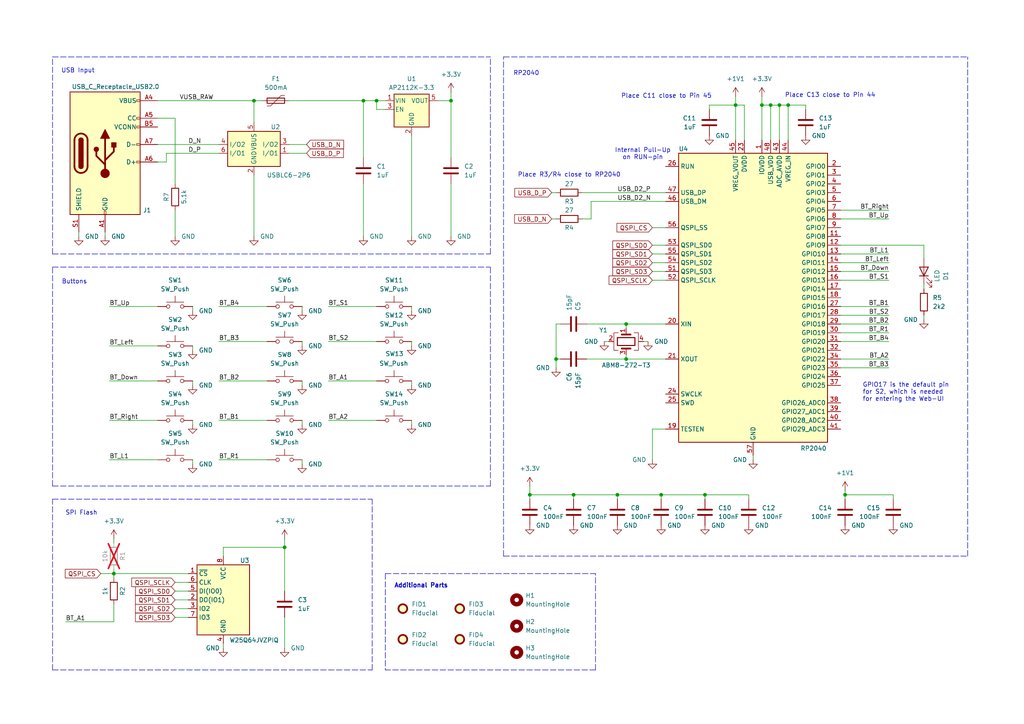
<source format=kicad_sch>
(kicad_sch (version 20250114) (generator "eeschema") (generator_version "9.0")
  (paper "A4")
  (title_block (title "USB-C Gamepad") (date "2025-03-19") (rev "2") (company "Maximilian Kern"))
  (lib_symbols
    (symbol "Connector:USB_C_Plug_USB2.0" (pin_names (offset 1.016))
      (property "Reference" "P" (at -10.16 19.05 0))
      (property "Value" "USB_C_Plug_USB2.0" (at 12.7 19.05 0))
      (symbol "USB_C_Plug_USB2.0_1_1"
        (pin passive line (at -7.62 -22.86 90) (length 5.08) (name "SHIELD") (number "S1"))
        (pin passive line (at 0 -22.86 90) (length 5.08) (name "GND") (number "A1"))
        (pin passive line (at 0 -22.86 90) (length 5.08) (hide yes) (name "GND") (number "A12"))
        (pin passive line (at 0 -22.86 90) (length 5.08) (hide yes) (name "GND") (number "B1"))
        (pin passive line (at 0 -22.86 90) (length 5.08) (hide yes) (name "GND") (number "B12"))
        (pin passive line (at 15.24 15.24 180) (length 5.08) (name "VBUS") (number "A4"))
        (pin passive line (at 15.24 15.24 180) (length 5.08) (hide yes) (name "VBUS") (number "A9"))
        (pin passive line (at 15.24 15.24 180) (length 5.08) (hide yes) (name "VBUS") (number "B4"))
        (pin passive line (at 15.24 15.24 180) (length 5.08) (hide yes) (name "VBUS") (number "B9"))
        (pin bidirectional line (at 15.24 10.16 180) (length 5.08) (name "CC") (number "A5"))
        (pin bidirectional line (at 15.24 7.62 180) (length 5.08) (name "VCONN") (number "B5"))
        (pin bidirectional line (at 15.24 2.54 180) (length 5.08) (name "D-") (number "A7"))
        (pin bidirectional line (at 15.24 -2.54 180) (length 5.08) (name "D+") (number "A6"))
      )
    )
    (symbol "Device:C" (pin_numbers (hide yes)) (pin_names (offset 0.254))
      (property "Reference" "C" (at 0.635 2.54 0))
      (property "Value" "C" (at 0.635 -2.54 0))
      (symbol "C_1_1"
        (pin passive line (at 0 3.81 270) (length 2.794) (name "~") (number "1"))
        (pin passive line (at 0 -3.81 90) (length 2.794) (name "~") (number "2"))
      )
    )
    (symbol "Device:Crystal_GND24" (pin_names (offset 1.016) (hide yes))
      (property "Reference" "Y" (at 3.175 5.08 0))
      (property "Value" "Crystal_GND24" (at 3.175 3.175 0))
      (symbol "Crystal_GND24_1_1"
        (pin passive line (at -3.81 0 0) (length 1.27) (name "1") (number "1"))
        (pin passive line (at 0 5.08 270) (length 1.27) (name "2") (number "2"))
        (pin passive line (at 0 -5.08 90) (length 1.27) (name "4") (number "4"))
        (pin passive line (at 3.81 0 180) (length 1.27) (name "3") (number "3"))
      )
    )
    (symbol "Device:LED" (pin_numbers (hide yes)) (pin_names (offset 1.016) (hide yes))
      (property "Reference" "D" (at 0 2.54 0))
      (property "Value" "LED" (at 0 -2.54 0))
      (symbol "LED_1_1"
        (pin passive line (at -3.81 0 0) (length 2.54) (name "K") (number "1"))
        (pin passive line (at 3.81 0 180) (length 2.54) (name "A") (number "2"))
      )
    )
    (symbol "Device:Polyfuse" (pin_numbers (hide yes)) (pin_names (offset 0))
      (property "Reference" "F" (at -2.54 0 90))
      (property "Value" "Polyfuse" (at 2.54 0 90))
      (symbol "Polyfuse_1_1"
        (pin passive line (at 0 3.81 270) (length 1.27) (name "~") (number "1"))
        (pin passive line (at 0 -3.81 90) (length 1.27) (name "~") (number "2"))
      )
    )
    (symbol "Device:R" (pin_numbers (hide yes)) (pin_names (offset 0))
      (property "Reference" "R" (at 2.032 0 90))
      (property "Value" "R" (at 0 0 90))
      (symbol "R_1_1"
        (pin passive line (at 0 3.81 270) (length 1.27) (name "~") (number "1"))
        (pin passive line (at 0 -3.81 90) (length 1.27) (name "~") (number "2"))
      )
    )
    (symbol "MCU_RaspberryPi:RP2040"
      (property "Reference" "U" (at 17.78 45.72 0))
      (property "Value" "RP2040" (at 17.78 43.18 0))
      (symbol "RP2040_1_1"
        (pin input line (at -25.4 38.1 0) (length 3.81) (name "RUN") (number "26"))
        (pin bidirectional line (at -25.4 30.48 0) (length 3.81) (name "USB_DP") (number "47"))
        (pin bidirectional line (at -25.4 27.94 0) (length 3.81) (name "USB_DM") (number "46"))
        (pin bidirectional line (at -25.4 20.32 0) (length 3.81) (name "QSPI_SS") (number "56"))
        (pin bidirectional line (at -25.4 15.24 0) (length 3.81) (name "QSPI_SD0") (number "53"))
        (pin bidirectional line (at -25.4 12.7 0) (length 3.81) (name "QSPI_SD1") (number "55"))
        (pin bidirectional line (at -25.4 10.16 0) (length 3.81) (name "QSPI_SD2") (number "54"))
        (pin bidirectional line (at -25.4 7.62 0) (length 3.81) (name "QSPI_SD3") (number "51"))
        (pin output line (at -25.4 5.08 0) (length 3.81) (name "QSPI_SCLK") (number "52"))
        (pin input line (at -25.4 -7.62 0) (length 3.81) (name "XIN") (number "20"))
        (pin passive line (at -25.4 -17.78 0) (length 3.81) (name "XOUT") (number "21"))
        (pin input line (at -25.4 -27.94 0) (length 3.81) (name "SWCLK") (number "24"))
        (pin bidirectional line (at -25.4 -30.48 0) (length 3.81) (name "SWD") (number "25"))
        (pin input line (at -25.4 -38.1 0) (length 3.81) (name "TESTEN") (number "19"))
        (pin power_out line (at -5.08 45.72 270) (length 3.81) (name "VREG_VOUT") (number "45"))
        (pin power_in line (at -2.54 45.72 270) (length 3.81) (name "DVDD") (number "23"))
        (pin passive line (at -2.54 45.72 270) (length 3.81) (hide yes) (name "DVDD") (number "50"))
        (pin power_in line (at 0 -45.72 90) (length 3.81) (name "GND") (number "57"))
        (pin power_in line (at 2.54 45.72 270) (length 3.81) (name "IOVDD") (number "1"))
        (pin passive line (at 2.54 45.72 270) (length 3.81) (hide yes) (name "IOVDD") (number "10"))
        (pin passive line (at 2.54 45.72 270) (length 3.81) (hide yes) (name "IOVDD") (number "22"))
        (pin passive line (at 2.54 45.72 270) (length 3.81) (hide yes) (name "IOVDD") (number "33"))
        (pin passive line (at 2.54 45.72 270) (length 3.81) (hide yes) (name "IOVDD") (number "42"))
        (pin passive line (at 2.54 45.72 270) (length 3.81) (hide yes) (name "IOVDD") (number "49"))
        (pin power_in line (at 5.08 45.72 270) (length 3.81) (name "USB_VDD") (number "48"))
        (pin power_in line (at 7.62 45.72 270) (length 3.81) (name "ADC_AVDD") (number "43"))
        (pin power_in line (at 10.16 45.72 270) (length 3.81) (name "VREG_IN") (number "44"))
        (pin bidirectional line (at 25.4 38.1 180) (length 3.81) (name "GPIO0") (number "2"))
        (pin bidirectional line (at 25.4 35.56 180) (length 3.81) (name "GPIO1") (number "3"))
        (pin bidirectional line (at 25.4 33.02 180) (length 3.81) (name "GPIO2") (number "4"))
        (pin bidirectional line (at 25.4 30.48 180) (length 3.81) (name "GPIO3") (number "5"))
        (pin bidirectional line (at 25.4 27.94 180) (length 3.81) (name "GPIO4") (number "6"))
        (pin bidirectional line (at 25.4 25.4 180) (length 3.81) (name "GPIO5") (number "7"))
        (pin bidirectional line (at 25.4 22.86 180) (length 3.81) (name "GPIO6") (number "8"))
        (pin bidirectional line (at 25.4 20.32 180) (length 3.81) (name "GPIO7") (number "9"))
        (pin bidirectional line (at 25.4 17.78 180) (length 3.81) (name "GPIO8") (number "11"))
        (pin bidirectional line (at 25.4 15.24 180) (length 3.81) (name "GPIO9") (number "12"))
        (pin bidirectional line (at 25.4 12.7 180) (length 3.81) (name "GPIO10") (number "13"))
        (pin bidirectional line (at 25.4 10.16 180) (length 3.81) (name "GPIO11") (number "14"))
        (pin bidirectional line (at 25.4 7.62 180) (length 3.81) (name "GPIO12") (number "15"))
        (pin bidirectional line (at 25.4 5.08 180) (length 3.81) (name "GPIO13") (number "16"))
        (pin bidirectional line (at 25.4 2.54 180) (length 3.81) (name "GPIO14") (number "17"))
        (pin bidirectional line (at 25.4 0 180) (length 3.81) (name "GPIO15") (number "18"))
        (pin bidirectional line (at 25.4 -2.54 180) (length 3.81) (name "GPIO16") (number "27"))
        (pin bidirectional line (at 25.4 -5.08 180) (length 3.81) (name "GPIO17") (number "28"))
        (pin bidirectional line (at 25.4 -7.62 180) (length 3.81) (name "GPIO18") (number "29"))
        (pin bidirectional line (at 25.4 -10.16 180) (length 3.81) (name "GPIO19") (number "30"))
        (pin bidirectional line (at 25.4 -12.7 180) (length 3.81) (name "GPIO20") (number "31"))
        (pin bidirectional line (at 25.4 -15.24 180) (length 3.81) (name "GPIO21") (number "32"))
        (pin bidirectional line (at 25.4 -17.78 180) (length 3.81) (name "GPIO22") (number "34"))
        (pin bidirectional line (at 25.4 -20.32 180) (length 3.81) (name "GPIO23") (number "35"))
        (pin bidirectional line (at 25.4 -22.86 180) (length 3.81) (name "GPIO24") (number "36"))
        (pin bidirectional line (at 25.4 -25.4 180) (length 3.81) (name "GPIO25") (number "37"))
        (pin bidirectional line (at 25.4 -30.48 180) (length 3.81) (name "GPIO26_ADC0") (number "38"))
        (pin bidirectional line (at 25.4 -33.02 180) (length 3.81) (name "GPIO27_ADC1") (number "39"))
        (pin bidirectional line (at 25.4 -35.56 180) (length 3.81) (name "GPIO28_ADC2") (number "40"))
        (pin bidirectional line (at 25.4 -38.1 180) (length 3.81) (name "GPIO29_ADC3") (number "41"))
      )
    )
    (symbol "Mechanical:Fiducial"
      (property "Reference" "FID" (at 0 5.08 0))
      (property "Value" "Fiducial" (at 0 3.175 0))
    )
    (symbol "Mechanical:MountingHole" (pin_names (offset 1.016)) (exclude_from_sim yes) (in_bom no)
      (property "Reference" "H" (at 0 5.08 0))
      (property "Value" "MountingHole" (at 0 3.175 0))
    )
    (symbol "Memory_Flash:W25Q128JVS"
      (property "Reference" "U" (at -8.89 8.89 0))
      (property "Value" "W25Q128JVS" (at 7.62 8.89 0))
      (symbol "W25Q128JVS_1_1"
        (pin input line (at -10.16 7.62 0) (length 2.54) (name "~{CS}") (number "1"))
        (pin input line (at -10.16 5.08 0) (length 2.54) (name "CLK") (number "6"))
        (pin bidirectional line (at -10.16 2.54 0) (length 2.54) (name "DI(IO0)") (number "5"))
        (pin bidirectional line (at -10.16 0 0) (length 2.54) (name "DO(IO1)") (number "2"))
        (pin bidirectional line (at -10.16 -2.54 0) (length 2.54) (name "IO2") (number "3"))
        (pin bidirectional line (at -10.16 -5.08 0) (length 2.54) (name "IO3") (number "7"))
        (pin power_in line (at 0 12.7 270) (length 2.54) (name "VCC") (number "8"))
        (pin power_in line (at 0 -12.7 90) (length 2.54) (name "GND") (number "4"))
      )
    )
    (symbol "Regulator_Linear:AP2112K-3.3" (pin_names (offset 0.254))
      (property "Reference" "U" (at -5.08 5.715 0))
      (property "Value" "AP2112K-3.3" (at 0 5.715 0))
      (symbol "AP2112K-3.3_1_1"
        (pin power_in line (at -7.62 2.54 0) (length 2.54) (name "VIN") (number "1"))
        (pin input line (at -7.62 0 0) (length 2.54) (name "EN") (number "3"))
        (pin power_in line (at 0 -7.62 90) (length 2.54) (name "GND") (number "2"))
        (pin no_connect line (at 5.08 0 180) (length 2.54) (hide yes) (name "NC") (number "4"))
        (pin power_out line (at 7.62 2.54 180) (length 2.54) (name "VOUT") (number "5"))
      )
    )
    (symbol "Switch:SW_Push" (pin_numbers (hide yes)) (pin_names (offset 1.016) (hide yes))
      (property "Reference" "SW" (at 1.27 2.54 0))
      (property "Value" "SW_Push" (at 0 -1.524 0))
      (symbol "SW_Push_0_1"
        (pin passive line (at -5.08 0 0) (length 2.54) (name "1") (number "1"))
        (pin passive line (at 5.08 0 180) (length 2.54) (name "2") (number "2"))
      )
    )
    (symbol "gamepadLib:USBLC6-2P6"
      (property "Reference" "U4" (at -7.62 8.89 0))
      (property "Value" "USBLC6-2P6" (at -16.51 -5.08 0))
      (symbol "USBLC6-2P6_1_1"
        (pin passive line (at -10.16 3.81 0) (length 2.54) (name "I/O2") (number "3"))
        (pin passive line (at -10.16 1.27 0) (length 2.54) (name "I/O1") (number "1"))
        (pin passive line (at 0 10.16 270) (length 2.54) (name "VBUS") (number "5"))
        (pin passive line (at 0 -5.08 90) (length 2.54) (name "GND") (number "2"))
        (pin passive line (at 10.16 3.81 180) (length 2.54) (name "I/O2") (number "4"))
        (pin passive line (at 10.16 1.27 180) (length 2.54) (name "I/O1") (number "6"))
      )
    )
    (symbol "power:+1V1" (power) (pin_numbers (hide yes)) (pin_names (offset 0) (hide yes))
      (property "Value" "+1V1" (at 0 3.556 0))
      (symbol "+1V1_1_1"
        (pin power_in line (at 0 0 90) (length 0) (name "~") (number "1"))
      )
    )
    (symbol "power:+3.3V" (power) (pin_numbers (hide yes)) (pin_names (offset 0) (hide yes))
      (property "Value" "+3.3V" (at 0 3.556 0))
      (symbol "+3.3V_1_1"
        (pin power_in line (at 0 0 90) (length 0) (name "~") (number "1"))
      )
    )
    (symbol "power:GND" (power) (pin_names (offset 0))
      (property "Value" "GND" (at 0 -3.81 0))
      (symbol "GND_1_1"
        (pin power_in line (at 0 0 270) (length 0) (hide yes) (name "GND") (number "1"))
      )
    )
  )
  (text "USB Input" (at 22.606 20.574 0) (effects (font (size 1.27 1.27))))
  (text "Place C13 close to Pin 44" (at 240.792 27.686 0) (effects (font (size 1.27 1.27))))
  (text "Place R3/R4 close to RP2040" (at 165.1 50.8 0) (effects (font (size 1.27 1.27))))
  (text "GPIO17 is the default pin\nfor S2, which is needed\nfor entering the Web-UI" (at 250.19 113.792 0) (effects (font (size 1.27 1.27)) (justify left)))
  (text "Buttons" (at 21.59 81.788 0) (effects (font (size 1.27 1.27))))
  (text "SPI Flash" (at 23.622 148.844 0) (effects (font (size 1.27 1.27))))
  (text "Place C11 close to Pin 45" (at 193.294 27.94 0) (effects (font (size 1.27 1.27))))
  (text "Additional Parts" (at 114.3 170.688 0) (effects (font (size 1.27 1.27) (thickness 0.254) (bold yes)) (justify left bottom)))
  (text "RP2040" (at 152.654 21.336 0) (effects (font (size 1.27 1.27))))
  (text "Internal Pull-Up\non RUN-pin\n" (at 186.436 44.704 0) (effects (font (size 1.27 1.27))))
  (junction (at 191.77 143.51))
  (junction (at 166.37 143.51))
  (junction (at 181.61 93.98))
  (junction (at 228.6 30.48))
  (junction (at 153.67 143.51))
  (junction (at 161.29 104.14))
  (junction (at 82.55 158.75))
  (junction (at 109.22 29.21))
  (junction (at 213.36 30.48))
  (junction (at 179.07 143.51))
  (junction (at 204.47 143.51))
  (junction (at 245.11 143.51))
  (junction (at 33.02 166.37))
  (junction (at 220.98 30.48))
  (junction (at 181.61 104.14))
  (junction (at 105.41 29.21))
  (junction (at 223.52 30.48))
  (junction (at 73.66 29.21))
  (junction (at 226.06 30.48))
  (junction (at 130.81 29.21))
  (wire (pts (xy 31.75 100.33) (xy 45.72 100.33)))
  (polyline (pts (xy 15.24 194.31) (xy 15.24 144.78)) (stroke (width 0) (type dash)))
  (polyline (pts (xy 15.24 140.97) (xy 142.24 140.97)) (stroke (width 0) (type dash)))
  (wire (pts (xy 226.06 30.48) (xy 226.06 40.64)))
  (wire (pts (xy 217.17 143.51) (xy 217.17 144.78)))
  (polyline (pts (xy 142.24 140.97) (xy 142.24 77.47)) (stroke (width 0) (type dash)))
  (wire (pts (xy 63.5 88.9) (xy 77.47 88.9)))
  (polyline (pts (xy 15.24 77.47) (xy 142.24 77.47)) (stroke (width 0) (type dash)))
  (polyline (pts (xy 15.24 73.66) (xy 142.24 73.66)) (stroke (width 0) (type dash)))
  (wire (pts (xy 105.41 53.34) (xy 105.41 68.58)))
  (wire (pts (xy 204.47 143.51) (xy 217.17 143.51)))
  (wire (pts (xy 95.25 121.92) (xy 109.22 121.92)))
  (wire (pts (xy 228.6 30.48) (xy 228.6 40.64)))
  (wire (pts (xy 95.25 99.06) (xy 109.22 99.06)))
  (wire (pts (xy 220.98 30.48) (xy 223.52 30.48)))
  (wire (pts (xy 179.07 143.51) (xy 179.07 144.78)))
  (wire (pts (xy 181.61 93.98) (xy 181.61 95.25)))
  (polyline (pts (xy 15.24 16.51) (xy 142.24 16.51)) (stroke (width 0) (type dash)))
  (wire (pts (xy 109.22 29.21) (xy 109.22 31.75)))
  (wire (pts (xy 50.8 168.91) (xy 54.61 168.91)))
  (wire (pts (xy 175.26 99.06) (xy 176.53 99.06)))
  (wire (pts (xy 243.84 93.98) (xy 257.81 93.98)))
  (wire (pts (xy 166.37 143.51) (xy 179.07 143.51)))
  (wire (pts (xy 267.97 92.71) (xy 267.97 91.44)))
  (wire (pts (xy 119.38 88.9) (xy 119.38 90.17)))
  (wire (pts (xy 63.5 99.06) (xy 77.47 99.06)))
  (wire (pts (xy 119.38 99.06) (xy 119.38 100.33)))
  (polyline (pts (xy 15.24 144.78) (xy 107.95 144.78)) (stroke (width 0) (type dash)))
  (wire (pts (xy 189.23 66.04) (xy 193.04 66.04)))
  (wire (pts (xy 82.55 156.21) (xy 82.55 158.75)))
  (wire (pts (xy 187.96 99.06) (xy 186.69 99.06)))
  (wire (pts (xy 87.63 110.49) (xy 87.63 111.76)))
  (polyline (pts (xy 172.72 194.31) (xy 111.76 194.31)) (stroke (width 0) (type dash)))
  (wire (pts (xy 257.81 81.28) (xy 243.84 81.28)))
  (wire (pts (xy 189.23 71.12) (xy 193.04 71.12)))
  (wire (pts (xy 166.37 143.51) (xy 166.37 144.78)))
  (wire (pts (xy 31.75 133.35) (xy 45.72 133.35)))
  (wire (pts (xy 226.06 30.48) (xy 228.6 30.48)))
  (wire (pts (xy 181.61 104.14) (xy 181.61 102.87)))
  (wire (pts (xy 22.86 67.31) (xy 22.86 68.58)))
  (wire (pts (xy 50.8 34.29) (xy 50.8 53.34)))
  (wire (pts (xy 50.8 171.45) (xy 54.61 171.45)))
  (wire (pts (xy 170.18 93.98) (xy 181.61 93.98)))
  (wire (pts (xy 55.88 110.49) (xy 55.88 111.76)))
  (wire (pts (xy 218.44 133.35) (xy 218.44 132.08)))
  (wire (pts (xy 31.75 121.92) (xy 45.72 121.92)))
  (wire (pts (xy 153.67 144.78) (xy 153.67 143.51)))
  (wire (pts (xy 243.84 106.68) (xy 257.81 106.68)))
  (wire (pts (xy 245.11 143.51) (xy 259.08 143.51)))
  (wire (pts (xy 87.63 99.06) (xy 87.63 100.33)))
  (wire (pts (xy 55.88 121.92) (xy 55.88 123.19)))
  (wire (pts (xy 213.36 27.94) (xy 213.36 30.48)))
  (wire (pts (xy 64.77 158.75) (xy 64.77 161.29)))
  (wire (pts (xy 64.77 158.75) (xy 82.55 158.75)))
  (wire (pts (xy 171.45 63.5) (xy 171.45 58.42)))
  (wire (pts (xy 45.72 46.99) (xy 48.26 46.99)))
  (wire (pts (xy 223.52 30.48) (xy 226.06 30.48)))
  (polyline (pts (xy 111.76 166.37) (xy 172.72 166.37)) (stroke (width 0) (type dash)))
  (wire (pts (xy 50.8 173.99) (xy 54.61 173.99)))
  (wire (pts (xy 171.45 58.42) (xy 193.04 58.42)))
  (wire (pts (xy 119.38 39.37) (xy 119.38 68.58)))
  (polyline (pts (xy 15.24 194.31) (xy 107.95 194.31)) (stroke (width 0) (type dash)))
  (wire (pts (xy 33.02 167.64) (xy 33.02 166.37)))
  (wire (pts (xy 160.02 55.88) (xy 161.29 55.88)))
  (wire (pts (xy 223.52 40.64) (xy 223.52 30.48)))
  (wire (pts (xy 76.2 29.21) (xy 73.66 29.21)))
  (polyline (pts (xy 142.24 73.66) (xy 142.24 16.51)) (stroke (width 0) (type dash)))
  (wire (pts (xy 48.26 44.45) (xy 63.5 44.45)))
  (wire (pts (xy 193.04 93.98) (xy 181.61 93.98)))
  (polyline (pts (xy 15.24 140.97) (xy 15.24 77.47)) (stroke (width 0) (type dash)))
  (wire (pts (xy 245.11 142.24) (xy 245.11 143.51)))
  (wire (pts (xy 30.48 67.31) (xy 30.48 68.58)))
  (wire (pts (xy 50.8 68.58) (xy 50.8 60.96)))
  (wire (pts (xy 161.29 104.14) (xy 161.29 106.68)))
  (wire (pts (xy 83.82 29.21) (xy 105.41 29.21)))
  (wire (pts (xy 45.72 41.91) (xy 63.5 41.91)))
  (wire (pts (xy 243.84 96.52) (xy 257.81 96.52)))
  (wire (pts (xy 130.81 26.67) (xy 130.81 29.21)))
  (wire (pts (xy 153.67 143.51) (xy 166.37 143.51)))
  (wire (pts (xy 87.63 133.35) (xy 87.63 134.62)))
  (wire (pts (xy 189.23 73.66) (xy 193.04 73.66)))
  (wire (pts (xy 50.8 179.07) (xy 54.61 179.07)))
  (wire (pts (xy 245.11 144.78) (xy 245.11 143.51)))
  (wire (pts (xy 215.9 40.64) (xy 215.9 30.48)))
  (polyline (pts (xy 172.72 194.31) (xy 172.72 166.37)) (stroke (width 0) (type dash)))
  (wire (pts (xy 243.84 99.06) (xy 257.81 99.06)))
  (wire (pts (xy 204.47 144.78) (xy 204.47 143.51)))
  (wire (pts (xy 213.36 30.48) (xy 205.74 30.48)))
  (wire (pts (xy 63.5 121.92) (xy 77.47 121.92)))
  (wire (pts (xy 160.02 63.5) (xy 161.29 63.5)))
  (wire (pts (xy 33.02 166.37) (xy 54.61 166.37)))
  (wire (pts (xy 33.02 157.48) (xy 33.02 156.21)))
  (wire (pts (xy 83.82 44.45) (xy 88.9 44.45)))
  (wire (pts (xy 228.6 30.48) (xy 233.68 30.48)))
  (wire (pts (xy 153.67 140.97) (xy 153.67 143.51)))
  (wire (pts (xy 111.76 31.75) (xy 109.22 31.75)))
  (wire (pts (xy 50.8 176.53) (xy 54.61 176.53)))
  (wire (pts (xy 82.55 179.07) (xy 82.55 187.96)))
  (wire (pts (xy 170.18 104.14) (xy 181.61 104.14)))
  (wire (pts (xy 127 29.21) (xy 130.81 29.21)))
  (wire (pts (xy 193.04 124.46) (xy 189.23 124.46)))
  (wire (pts (xy 45.72 34.29) (xy 50.8 34.29)))
  (polyline (pts (xy 280.67 161.29) (xy 280.67 16.51)) (stroke (width 0) (type dash)))
  (wire (pts (xy 233.68 31.75) (xy 233.68 30.48)))
  (wire (pts (xy 243.84 76.2) (xy 257.81 76.2)))
  (wire (pts (xy 168.91 63.5) (xy 171.45 63.5)))
  (wire (pts (xy 168.91 55.88) (xy 193.04 55.88)))
  (wire (pts (xy 29.21 166.37) (xy 33.02 166.37)))
  (wire (pts (xy 243.84 71.12) (xy 267.97 71.12)))
  (wire (pts (xy 109.22 29.21) (xy 111.76 29.21)))
  (wire (pts (xy 19.05 180.34) (xy 33.02 180.34)))
  (wire (pts (xy 220.98 27.94) (xy 220.98 30.48)))
  (wire (pts (xy 55.88 100.33) (xy 55.88 101.6)))
  (wire (pts (xy 189.23 78.74) (xy 193.04 78.74)))
  (wire (pts (xy 181.61 104.14) (xy 193.04 104.14)))
  (wire (pts (xy 161.29 104.14) (xy 162.56 104.14)))
  (wire (pts (xy 243.84 73.66) (xy 257.81 73.66)))
  (wire (pts (xy 189.23 76.2) (xy 193.04 76.2)))
  (wire (pts (xy 205.74 30.48) (xy 205.74 31.75)))
  (wire (pts (xy 31.75 110.49) (xy 45.72 110.49)))
  (wire (pts (xy 213.36 40.64) (xy 213.36 30.48)))
  (polyline (pts (xy 111.76 166.37) (xy 111.76 194.31)) (stroke (width 0) (type dash)))
  (wire (pts (xy 33.02 175.26) (xy 33.02 180.34)))
  (polyline (pts (xy 146.05 16.51) (xy 280.67 16.51)) (stroke (width 0) (type dash)))
  (wire (pts (xy 73.66 50.8) (xy 73.66 68.58)))
  (wire (pts (xy 130.81 53.34) (xy 130.81 68.58)))
  (wire (pts (xy 64.77 187.96) (xy 64.77 186.69)))
  (wire (pts (xy 191.77 144.78) (xy 191.77 143.51)))
  (wire (pts (xy 119.38 110.49) (xy 119.38 111.76)))
  (wire (pts (xy 105.41 45.72) (xy 105.41 29.21)))
  (polyline (pts (xy 146.05 161.29) (xy 280.67 161.29)) (stroke (width 0) (type dash)))
  (wire (pts (xy 33.02 165.1) (xy 33.02 166.37)))
  (wire (pts (xy 82.55 158.75) (xy 82.55 171.45)))
  (wire (pts (xy 63.5 133.35) (xy 77.47 133.35)))
  (wire (pts (xy 95.25 88.9) (xy 109.22 88.9)))
  (wire (pts (xy 189.23 124.46) (xy 189.23 133.35)))
  (wire (pts (xy 83.82 41.91) (xy 88.9 41.91)))
  (wire (pts (xy 220.98 30.48) (xy 220.98 40.64)))
  (wire (pts (xy 45.72 29.21) (xy 73.66 29.21)))
  (wire (pts (xy 161.29 93.98) (xy 161.29 104.14)))
  (polyline (pts (xy 15.24 73.66) (xy 15.24 16.51)) (stroke (width 0) (type dash)))
  (wire (pts (xy 179.07 143.51) (xy 191.77 143.51)))
  (wire (pts (xy 73.66 29.21) (xy 73.66 35.56)))
  (wire (pts (xy 243.84 91.44) (xy 257.81 91.44)))
  (wire (pts (xy 243.84 104.14) (xy 257.81 104.14)))
  (wire (pts (xy 162.56 93.98) (xy 161.29 93.98)))
  (wire (pts (xy 119.38 121.92) (xy 119.38 123.19)))
  (wire (pts (xy 130.81 29.21) (xy 130.81 45.72)))
  (wire (pts (xy 87.63 88.9) (xy 87.63 90.17)))
  (wire (pts (xy 105.41 29.21) (xy 109.22 29.21)))
  (wire (pts (xy 55.88 88.9) (xy 55.88 90.17)))
  (wire (pts (xy 95.25 110.49) (xy 109.22 110.49)))
  (wire (pts (xy 243.84 63.5) (xy 257.81 63.5)))
  (wire (pts (xy 191.77 143.51) (xy 204.47 143.51)))
  (wire (pts (xy 243.84 78.74) (xy 257.81 78.74)))
  (wire (pts (xy 243.84 60.96) (xy 257.81 60.96)))
  (wire (pts (xy 189.23 81.28) (xy 193.04 81.28)))
  (wire (pts (xy 87.63 121.92) (xy 87.63 123.19)))
  (wire (pts (xy 243.84 88.9) (xy 257.81 88.9)))
  (wire (pts (xy 215.9 30.48) (xy 213.36 30.48)))
  (wire (pts (xy 48.26 46.99) (xy 48.26 44.45)))
  (wire (pts (xy 31.75 88.9) (xy 45.72 88.9)))
  (wire (pts (xy 267.97 82.55) (xy 267.97 83.82)))
  (polyline (pts (xy 107.95 194.31) (xy 107.95 144.78)) (stroke (width 0) (type dash)))
  (wire (pts (xy 63.5 110.49) (xy 77.47 110.49)))
  (wire (pts (xy 55.88 133.35) (xy 55.88 134.62)))
  (wire (pts (xy 267.97 71.12) (xy 267.97 74.93)))
  (polyline (pts (xy 146.05 161.29) (xy 146.05 16.51)) (stroke (width 0) (type dash)))
  (wire (pts (xy 259.08 143.51) (xy 259.08 144.78)))
  (label "BT_R1" (at 63.5 133.35 0))
  (label "BT_B2" (at 257.81 93.98 180))
  (label "BT_L1" (at 31.75 133.35 0))
  (label "BT_B1" (at 257.81 88.9 180))
  (label "BT_S1" (at 257.81 81.28 180))
  (label "BT_B2" (at 63.5 110.49 0))
  (label "BT_Down" (at 257.81 78.74 180))
  (label "BT_A1" (at 19.05 180.34 0))
  (label "BT_B4" (at 63.5 88.9 0))
  (label "BT_S2" (at 95.25 99.06 0))
  (label "USB_D2_N" (at 179.07 58.42 0))
  (label "BT_B3" (at 257.81 106.68 180))
  (label "BT_B3" (at 63.5 99.06 0))
  (label "BT_B1" (at 63.5 121.92 0))
  (label "BT_B4" (at 257.81 99.06 180))
  (label "BT_Down" (at 31.75 110.49 0))
  (label "USB_D2_P" (at 179.07 55.88 0))
  (label "BT_R1" (at 257.81 96.52 180))
  (label "D_P" (at 54.61 44.45 0))
  (label "BT_A2" (at 95.25 121.92 0))
  (label "BT_S1" (at 95.25 88.9 0))
  (label "BT_Up" (at 31.75 88.9 0))
  (label "BT_Right" (at 31.75 121.92 0))
  (label "BT_Right" (at 257.81 60.96 180))
  (label "BT_Left" (at 31.75 100.33 0))
  (label "BT_S2" (at 257.81 91.44 180))
  (label "BT_A2" (at 257.81 104.14 180))
  (label "BT_A1" (at 95.25 110.49 0))
  (label "BT_Left" (at 257.81 76.2 180))
  (label "D_N" (at 54.61 41.91 0))
  (label "BT_Up" (at 257.81 63.5 180))
  (label "VUSB_RAW" (at 52.07 29.21 0))
  (label "BT_L1" (at 257.81 73.66 180))
  (global_label "QSPI_CS" (shape input) (at 29.21 166.37 180) (property "Intersheetrefs" "${INTERSHEET_REFS}" (effects (hide yes))))
  (global_label "QSPI_SD2" (shape input) (at 50.8 176.53 180) (property "Intersheetrefs" "${INTERSHEET_REFS}" (effects (hide yes))))
  (global_label "QSPI_SD2" (shape input) (at 189.23 76.2 180) (property "Intersheetrefs" "${INTERSHEET_REFS}" (effects (hide yes))))
  (global_label "QSPI_SD3" (shape input) (at 50.8 179.07 180) (property "Intersheetrefs" "${INTERSHEET_REFS}" (effects (hide yes))))
  (global_label "QSPI_CS" (shape input) (at 189.23 66.04 180) (property "Intersheetrefs" "${INTERSHEET_REFS}" (effects (hide yes))))
  (global_label "USB_D_P" (shape input) (at 160.02 55.88 180) (property "Intersheetrefs" "${INTERSHEET_REFS}" (effects (hide yes))))
  (global_label "QSPI_SD1" (shape input) (at 189.23 73.66 180) (property "Intersheetrefs" "${INTERSHEET_REFS}" (effects (hide yes))))
  (global_label "QSPI_SD1" (shape input) (at 50.8 173.99 180) (property "Intersheetrefs" "${INTERSHEET_REFS}" (effects (hide yes))))
  (global_label "USB_D_N" (shape input) (at 88.9 41.91 0) (property "Intersheetrefs" "${INTERSHEET_REFS}" (effects (hide yes))))
  (global_label "QSPI_SD0" (shape input) (at 189.23 71.12 180) (property "Intersheetrefs" "${INTERSHEET_REFS}" (effects (hide yes))))
  (global_label "QSPI_SCLK" (shape input) (at 189.23 81.28 180) (property "Intersheetrefs" "${INTERSHEET_REFS}" (effects (hide yes))))
  (global_label "QSPI_SCLK" (shape input) (at 50.8 168.91 180) (property "Intersheetrefs" "${INTERSHEET_REFS}" (effects (hide yes))))
  (global_label "QSPI_SD3" (shape input) (at 189.23 78.74 180) (property "Intersheetrefs" "${INTERSHEET_REFS}" (effects (hide yes))))
  (global_label "QSPI_SD0" (shape input) (at 50.8 171.45 180) (property "Intersheetrefs" "${INTERSHEET_REFS}" (effects (hide yes))))
  (global_label "USB_D_N" (shape input) (at 160.02 63.5 180) (property "Intersheetrefs" "${INTERSHEET_REFS}" (effects (hide yes))))
  (global_label "USB_D_P" (shape input) (at 88.9 44.45 0) (property "Intersheetrefs" "${INTERSHEET_REFS}" (effects (hide yes))))
  (symbol (lib_id "power:GND") (at 245.11 152.4 0) (unit 1)
    (property "Reference" "#PWR045" (effects (hide yes)))
    (property "Value" "GND" (at 248.92 152.4 0))
  )
  (symbol (lib_id "Switch:SW_Push") (at 82.55 99.06 0) (unit 1)
    (property "Reference" "SW7" (at 82.55 91.44 0))
    (property "Value" "SW_Push" (at 82.55 93.98 0))
    (property "Footprint" "Button_Switch_SMD:SW_SPST_TL3342" (effects (hide yes)))
    (property "Description" "Push button switch, generic, two pins" (effects (hide yes)))
    (property "LCSC" "C2762971" (effects (hide yes)))
  )
  (symbol (lib_id "Device:C") (at 130.81 49.53 0) (unit 1)
    (property "Reference" "C2" (at 134.62 48.2599 0) (effects (justify left)))
    (property "Value" "1uF" (at 134.62 50.7999 0) (effects (justify left)))
    (property "Footprint" "Capacitor_SMD:C_0603_1608Metric" (effects (hide yes)))
    (property "LCSC" "C15849" (effects (hide yes)))
  )
  (symbol (lib_id "power:GND") (at 119.38 123.19 0) (unit 1)
    (property "Reference" "#PWR025" (effects (hide yes)))
    (property "Value" "GND" (at 123.19 123.19 0))
  )
  (symbol (lib_id "power:GND") (at 259.08 152.4 0) (unit 1)
    (property "Reference" "#PWR046" (effects (hide yes)))
    (property "Value" "GND" (at 262.89 152.4 0))
  )
  (symbol (lib_id "MCU_RaspberryPi:RP2040") (at 218.44 86.36 0) (unit 1)
    (property "Reference" "U4" (at 196.85 43.18 0) (effects (justify left)))
    (property "Value" "RP2040" (at 232.156 130.048 0) (effects (justify left)))
    (property "Footprint" "Package_DFN_QFN:QFN-56-1EP_7x7mm_P0.4mm_EP3.2x3.2mm" (effects (hide yes)))
    (property "Datasheet" "https://datasheets.raspberrypi.com/rp2040/rp2040-datasheet.pdf" (effects (hide yes)))
    (property "Description" "A microcontroller by Raspberry Pi" (effects (hide yes)))
    (property "LCSC" " C2040" (effects (hide yes)))
  )
  (symbol (lib_id "Device:C") (at 259.08 148.59 0) (mirror y) (unit 1)
    (property "Reference" "C15" (at 255.27 147.3199 0) (effects (justify left)))
    (property "Value" "100nF" (at 255.27 149.8599 0) (effects (justify left)))
    (property "Footprint" "Capacitor_SMD:C_0603_1608Metric" (effects (hide yes)))
    (property "LCSC" "C1591" (effects (hide yes)))
  )
  (symbol (lib_id "Device:C") (at 166.37 104.14 90) (mirror x) (unit 1)
    (property "Reference" "C6" (at 165.0999 107.95 0) (effects (justify left)))
    (property "Value" "15pF" (at 167.6399 107.95 0) (effects (justify left)))
    (property "Footprint" "Capacitor_SMD:C_0603_1608Metric" (effects (hide yes)))
    (property "LCSC" "C107037" (effects (hide yes)))
  )
  (symbol (lib_id "power:GND") (at 73.66 68.58 0) (unit 1)
    (property "Reference" "#PWR019" (effects (hide yes)))
    (property "Value" "GND" (at 77.47 68.58 0))
  )
  (symbol (lib_id "power:GND") (at 87.63 100.33 0) (unit 1)
    (property "Reference" "#PWR015" (effects (hide yes)))
    (property "Value" "GND" (at 91.44 100.33 0))
  )
  (symbol (lib_id "Device:C") (at 205.74 35.56 0) (mirror y) (unit 1)
    (property "Reference" "C11" (at 201.93 34.2899 0) (effects (justify left)))
    (property "Value" "1uF" (at 201.93 36.8299 0) (effects (justify left)))
    (property "Footprint" "Capacitor_SMD:C_0603_1608Metric" (effects (hide yes)))
    (property "LCSC" "C15849" (effects (hide yes)))
  )
  (symbol (lib_id "Device:C") (at 191.77 148.59 0) (unit 1)
    (property "Reference" "C9" (at 195.58 147.3199 0) (effects (justify left)))
    (property "Value" "100nF" (at 195.58 149.8599 0) (effects (justify left)))
    (property "Footprint" "Capacitor_SMD:C_0603_1608Metric" (effects (hide yes)))
    (property "LCSC" "C1591" (effects (hide yes)))
  )
  (symbol (lib_id "power:GND") (at 191.77 152.4 0) (unit 1)
    (property "Reference" "#PWR036" (effects (hide yes)))
    (property "Value" "GND" (at 195.58 152.4 0))
  )
  (symbol (lib_id "Switch:SW_Push") (at 82.55 121.92 0) (unit 1)
    (property "Reference" "SW9" (at 82.55 114.3 0))
    (property "Value" "SW_Push" (at 82.55 116.84 0))
    (property "Footprint" "Button_Switch_SMD:SW_SPST_TL3342" (effects (hide yes)))
    (property "Description" "Push button switch, generic, two pins" (effects (hide yes)))
    (property "LCSC" "C2762971" (effects (hide yes)))
  )
  (symbol (lib_id "power:GND") (at 105.41 68.58 0) (unit 1)
    (property "Reference" "#PWR02" (effects (hide yes)))
    (property "Value" "GND" (at 109.22 68.58 0))
  )
  (symbol (lib_id "Device:C") (at 179.07 148.59 0) (unit 1)
    (property "Reference" "C8" (at 182.88 147.3199 0) (effects (justify left)))
    (property "Value" "100nF" (at 182.88 149.8599 0) (effects (justify left)))
    (property "Footprint" "Capacitor_SMD:C_0603_1608Metric" (effects (hide yes)))
    (property "LCSC" "C1591" (effects (hide yes)))
  )
  (symbol (lib_id "Mechanical:MountingHole") (at 149.86 173.99 0) (unit 1) (exclude_from_sim yes) (in_bom no)
    (property "Reference" "H1" (at 152.4 172.7199 0) (effects (justify left)))
    (property "Value" "MountingHole" (at 152.4 175.2599 0) (effects (justify left)))
    (property "Footprint" "MountingHole:MountingHole_2.1mm" (effects (hide yes)))
    (property "Description" "Mounting Hole without connection" (effects (hide yes)))
  )
  (symbol (lib_id "power:GND") (at 204.47 152.4 0) (unit 1)
    (property "Reference" "#PWR037" (effects (hide yes)))
    (property "Value" "GND" (at 208.28 152.4 0))
  )
  (symbol (lib_id "Device:C") (at 166.37 148.59 0) (unit 1)
    (property "Reference" "C7" (at 170.18 147.3199 0) (effects (justify left)))
    (property "Value" "100nF" (at 170.18 149.8599 0) (effects (justify left)))
    (property "Footprint" "Capacitor_SMD:C_0603_1608Metric" (effects (hide yes)))
    (property "LCSC" "C1591" (effects (hide yes)))
  )
  (symbol (lib_id "power:GND") (at 130.81 68.58 0) (unit 1)
    (property "Reference" "#PWR07" (effects (hide yes)))
    (property "Value" "GND" (at 134.62 68.58 0))
  )
  (symbol (lib_id "power:+3.3V") (at 33.02 156.21 0) (unit 1)
    (property "Reference" "#PWR013" (effects (hide yes)))
    (property "Value" "+3.3V" (at 33.02 151.13 0))
    (property "Description" "Power symbol creates a global label with name \"+3.3V\"" (effects (hide yes)))
  )
  (symbol (lib_id "Device:LED") (at 267.97 78.74 90) (unit 1)
    (property "Reference" "D1" (at 274.32 80.01 0))
    (property "Value" "LED" (at 271.78 80.01 0))
    (property "Footprint" "LED_SMD:LED_0603_1608Metric" (effects (hide yes)))
    (property "LCSC" "C965807" (effects (hide yes)))
  )
  (symbol (lib_id "power:GND") (at 205.74 39.37 0) (unit 1)
    (property "Reference" "#PWR038" (effects (hide yes)))
    (property "Value" "GND" (at 209.55 39.37 0))
  )
  (symbol (lib_id "Mechanical:Fiducial") (at 116.84 185.42 0) (unit 1) (in_bom no)
    (property "Reference" "FID2" (at 119.38 184.1499 0) (effects (justify left)))
    (property "Value" "Fiducial" (at 119.38 186.6899 0) (effects (justify left)))
    (property "Footprint" "Fiducial:Fiducial_1mm_Mask2mm" (effects (hide yes)))
  )
  (symbol (lib_id "power:GND") (at 119.38 90.17 0) (unit 1)
    (property "Reference" "#PWR022" (effects (hide yes)))
    (property "Value" "GND" (at 123.19 90.17 0))
  )
  (symbol (lib_id "Switch:SW_Push") (at 82.55 88.9 0) (unit 1)
    (property "Reference" "SW6" (at 82.55 81.28 0))
    (property "Value" "SW_Push" (at 82.55 83.82 0))
    (property "Footprint" "Button_Switch_SMD:SW_SPST_TL3342" (effects (hide yes)))
    (property "Description" "Push button switch, generic, two pins" (effects (hide yes)))
    (property "LCSC" "C2762971" (effects (hide yes)))
  )
  (symbol (lib_id "Device:C") (at 233.68 35.56 0) (unit 1)
    (property "Reference" "C13" (at 237.49 34.2899 0) (effects (justify left)))
    (property "Value" "1uF" (at 237.49 36.8299 0) (effects (justify left)))
    (property "Footprint" "Capacitor_SMD:C_0603_1608Metric" (effects (hide yes)))
    (property "LCSC" "C15849" (effects (hide yes)))
  )
  (symbol (lib_id "power:GND") (at 55.88 90.17 0) (unit 1)
    (property "Reference" "#PWR08" (effects (hide yes)))
    (property "Value" "GND" (at 59.69 90.17 0))
  )
  (symbol (lib_id "power:GND") (at 179.07 152.4 0) (unit 1)
    (property "Reference" "#PWR033" (effects (hide yes)))
    (property "Value" "GND" (at 182.88 152.4 0))
  )
  (symbol (lib_id "power:GND") (at 87.63 123.19 0) (unit 1)
    (property "Reference" "#PWR017" (effects (hide yes)))
    (property "Value" "GND" (at 91.44 123.19 0))
  )
  (symbol (lib_id "Device:R") (at 33.02 171.45 0) (mirror y) (unit 1)
    (property "Reference" "R2" (at 35.56 171.45 90))
    (property "Value" "1k" (at 30.48 171.45 90))
    (property "Footprint" "Resistor_SMD:R_0603_1608Metric" (effects (hide yes)))
    (property "LCSC" "C22548" (effects (hide yes)))
  )
  (symbol (lib_id "power:+3.3V") (at 82.55 156.21 0) (unit 1)
    (property "Reference" "#PWR026" (effects (hide yes)))
    (property "Value" "+3.3V" (at 82.55 151.13 0))
    (property "Description" "Power symbol creates a global label with name \"+3.3V\"" (effects (hide yes)))
  )
  (symbol (lib_id "power:+3.3V") (at 220.98 27.94 0) (unit 1)
    (property "Reference" "#PWR042" (effects (hide yes)))
    (property "Value" "+3.3V" (at 220.98 22.86 0))
    (property "Description" "Power symbol creates a global label with name \"+3.3V\"" (effects (hide yes)))
  )
  (symbol (lib_id "power:GND") (at 87.63 90.17 0) (unit 1)
    (property "Reference" "#PWR014" (effects (hide yes)))
    (property "Value" "GND" (at 91.44 90.17 0))
  )
  (symbol (lib_id "power:GND") (at 87.63 111.76 0) (unit 1)
    (property "Reference" "#PWR016" (effects (hide yes)))
    (property "Value" "GND" (at 91.44 111.76 0))
  )
  (symbol (lib_id "Switch:SW_Push") (at 82.55 110.49 0) (unit 1)
    (property "Reference" "SW8" (at 82.55 102.87 0))
    (property "Value" "SW_Push" (at 82.55 105.41 0))
    (property "Footprint" "Button_Switch_SMD:SW_SPST_TL3342" (effects (hide yes)))
    (property "Description" "Push button switch, generic, two pins" (effects (hide yes)))
    (property "LCSC" "C2762971" (effects (hide yes)))
  )
  (symbol (lib_id "Switch:SW_Push") (at 50.8 121.92 0) (unit 1)
    (property "Reference" "SW4" (at 50.8 114.3 0))
    (property "Value" "SW_Push" (at 50.8 116.84 0))
    (property "Footprint" "Button_Switch_SMD:SW_SPST_TL3342" (effects (hide yes)))
    (property "Description" "Push button switch, generic, two pins" (effects (hide yes)))
    (property "LCSC" "C2762971" (effects (hide yes)))
  )
  (symbol (lib_id "Device:C") (at 166.37 93.98 270) (mirror x) (unit 1)
    (property "Reference" "C5" (at 167.6401 90.17 0) (effects (justify left)))
    (property "Value" "15pF" (at 165.1001 90.17 0) (effects (justify left)))
    (property "Footprint" "Capacitor_SMD:C_0603_1608Metric" (effects (hide yes)))
    (property "LCSC" "C107037" (effects (hide yes)))
  )
  (symbol (lib_id "Regulator_Linear:AP2112K-3.3") (at 119.38 31.75 0) (unit 1)
    (property "Reference" "U1" (at 119.38 22.86 0))
    (property "Value" "AP2112K-3.3" (at 119.38 25.4 0))
    (property "Footprint" "Package_TO_SOT_SMD:SOT-23-5" (effects (hide yes)))
    (property "Datasheet" "https://www.diodes.com/assets/Datasheets/AP2112.pdf" (effects (hide yes)))
    (property "LCSC" "C51118" (effects (hide yes)))
  )
  (symbol (lib_id "power:GND") (at 217.17 152.4 0) (unit 1)
    (property "Reference" "#PWR040" (effects (hide yes)))
    (property "Value" "GND" (at 220.98 152.4 0))
  )
  (symbol (lib_id "Device:C") (at 105.41 49.53 0) (unit 1)
    (property "Reference" "C1" (at 109.22 48.2599 0) (effects (justify left)))
    (property "Value" "1uF" (at 109.22 50.7999 0) (effects (justify left)))
    (property "Footprint" "Capacitor_SMD:C_0603_1608Metric" (effects (hide yes)))
    (property "LCSC" "C15849" (effects (hide yes)))
  )
  (symbol (lib_id "Switch:SW_Push") (at 114.3 110.49 0) (unit 1)
    (property "Reference" "SW13" (at 111.76 102.616 0) (effects (justify left)))
    (property "Value" "SW_Push" (at 109.982 105.41 0) (effects (justify left)))
    (property "Footprint" "Button_Switch_SMD:SW_SPST_B3U-1000P-B" (effects (hide yes)))
    (property "Description" "Push button switch, generic, two pins" (effects (hide yes)))
    (property "LCSC" "C231329" (effects (hide yes)))
  )
  (symbol (lib_id "power:GND") (at 153.67 152.4 0) (unit 1)
    (property "Reference" "#PWR029" (effects (hide yes)))
    (property "Value" "GND" (at 157.48 152.4 0))
  )
  (symbol (lib_id "Switch:SW_Push") (at 50.8 110.49 0) (unit 1)
    (property "Reference" "SW3" (at 50.8 102.87 0))
    (property "Value" "SW_Push" (at 50.8 105.41 0))
    (property "Footprint" "Button_Switch_SMD:SW_SPST_TL3342" (effects (hide yes)))
    (property "Description" "Push button switch, generic, two pins" (effects (hide yes)))
    (property "LCSC" "C2762971" (effects (hide yes)))
  )
  (symbol (lib_id "power:GND") (at 233.68 39.37 0) (unit 1)
    (property "Reference" "#PWR043" (effects (hide yes)))
    (property "Value" "GND" (at 237.49 39.37 0))
  )
  (symbol (lib_id "Device:R") (at 165.1 55.88 270) (mirror x) (unit 1)
    (property "Reference" "R3" (at 165.1 58.42 90))
    (property "Value" "27" (at 165.1 53.34 90))
    (property "Footprint" "Resistor_SMD:R_0603_1608Metric" (effects (hide yes)))
    (property "LCSC" "C137753" (effects (hide yes)))
  )
  (symbol (lib_id "Device:Crystal_GND24") (at 181.61 99.06 90) (mirror x) (unit 1)
    (property "Reference" "Y1" (at 175.006 95.758 90))
    (property "Value" "ABM8-272-T3" (at 181.61 105.918 90))
    (property "Footprint" "Crystal:Crystal_SMD_Abracon_ABM8G-4Pin_3.2x2.5mm" (effects (hide yes)))
    (property "Datasheet" "https://mm.digikey.com/Volume0/opasdata/d220001/medias/docus/6128/ABM8-272-T3.pdf" (effects (hide yes)))
    (property "Description" "Four pin crystal, GND on pins 2 and 4" (effects (hide yes)))
    (property "LCSC" "C20625731" (effects (hide yes)))
  )
  (symbol (lib_id "Switch:SW_Push") (at 114.3 88.9 0) (unit 1)
    (property "Reference" "SW11" (at 114.3 81.28 0))
    (property "Value" "SW_Push" (at 114.3 83.82 0))
    (property "Footprint" "Button_Switch_SMD:SW_SPST_B3U-1000P-B" (effects (hide yes)))
    (property "Description" "Push button switch, generic, two pins" (effects (hide yes)))
    (property "LCSC" "C231329" (effects (hide yes)))
  )
  (symbol (lib_id "power:+3.3V") (at 153.67 140.97 0) (unit 1)
    (property "Reference" "#PWR028" (effects (hide yes)))
    (property "Value" "+3.3V" (at 153.67 135.89 0))
    (property "Description" "Power symbol creates a global label with name \"+3.3V\"" (effects (hide yes)))
  )
  (symbol (lib_id "gamepadLib:USBLC6-2P6") (at 73.66 45.72 0) (mirror y) (unit 1)
    (property "Reference" "U2" (at 81.28 36.83 0) (effects (justify left)))
    (property "Value" "USBLC6-2P6" (at 90.17 50.8 0) (effects (justify left)))
    (property "Footprint" "Package_TO_SOT_SMD:SOT-666" (effects (hide yes)))
    (property "Datasheet" "https://www.st.com/resource/en/datasheet/usblc6-2.pdf" (effects (hide yes)))
    (property "LCSC" "C2827693" (effects (hide yes)))
  )
  (symbol (lib_id "power:GND") (at 22.86 68.58 0) (unit 1)
    (property "Reference" "#PWR04" (effects (hide yes)))
    (property "Value" "GND" (at 26.67 68.58 0))
  )
  (symbol (lib_id "Device:R") (at 267.97 87.63 180) (unit 1)
    (property "Reference" "R5" (at 270.51 86.3599 0) (effects (justify right)))
    (property "Value" "2k2" (at 270.51 88.8999 0) (effects (justify right)))
    (property "Footprint" "Resistor_SMD:R_0603_1608Metric" (effects (hide yes)))
    (property "LCSC" "C114662" (effects (hide yes)))
  )
  (symbol (lib_id "power:GND") (at 166.37 152.4 0) (unit 1)
    (property "Reference" "#PWR031" (effects (hide yes)))
    (property "Value" "GND" (at 170.18 152.4 0))
  )
  (symbol (lib_id "Switch:SW_Push") (at 114.3 99.06 0) (unit 1)
    (property "Reference" "SW12" (at 114.3 91.44 0))
    (property "Value" "SW_Push" (at 114.3 93.98 0))
    (property "Footprint" "Button_Switch_SMD:SW_SPST_B3U-1000P-B" (effects (hide yes)))
    (property "Description" "Push button switch, generic, two pins" (effects (hide yes)))
    (property "LCSC" "C231329" (effects (hide yes)))
  )
  (symbol (lib_id "Device:C") (at 245.11 148.59 0) (mirror y) (unit 1)
    (property "Reference" "C14" (at 241.3 147.3199 0) (effects (justify left)))
    (property "Value" "100nF" (at 241.3 149.8599 0) (effects (justify left)))
    (property "Footprint" "Capacitor_SMD:C_0603_1608Metric" (effects (hide yes)))
    (property "LCSC" "C1591" (effects (hide yes)))
  )
  (symbol (lib_id "Switch:SW_Push") (at 82.55 133.35 0) (mirror y) (unit 1)
    (property "Reference" "SW10" (at 82.55 125.73 0))
    (property "Value" "SW_Push" (at 82.55 128.27 0))
    (property "Footprint" "Button_Switch_SMD:Panasonic_EVQPUM_EVQPUD" (effects (hide yes)))
    (property "Description" "Push button switch, generic, two pins" (effects (hide yes)))
    (property "LCSC" " C388642" (effects (hide yes)))
  )
  (symbol (lib_id "power:+1V1") (at 213.36 27.94 0) (unit 1)
    (property "Reference" "#PWR039" (effects (hide yes)))
    (property "Value" "+1V1" (at 213.36 22.86 0))
    (property "Description" "Power symbol creates a global label with name \"+1V1\"" (effects (hide yes)))
  )
  (symbol (lib_id "power:GND") (at 50.8 68.58 0) (unit 1)
    (property "Reference" "#PWR021" (effects (hide yes)))
    (property "Value" "GND" (at 54.61 68.58 0))
  )
  (symbol (lib_id "power:GND") (at 55.88 134.62 0) (unit 1)
    (property "Reference" "#PWR012" (effects (hide yes)))
    (property "Value" "GND" (at 59.69 134.62 0))
  )
  (symbol (lib_id "Device:R") (at 50.8 57.15 0) (mirror x) (unit 1)
    (property "Reference" "R7" (at 48.26 57.15 90))
    (property "Value" "5.1k" (at 53.34 57.15 90))
    (property "Footprint" "Resistor_SMD:R_0603_1608Metric" (effects (hide yes)))
    (property "LCSC" "C105580" (effects (hide yes)))
  )
  (symbol (lib_id "power:+3.3V") (at 130.81 26.67 0) (unit 1)
    (property "Reference" "#PWR06" (effects (hide yes)))
    (property "Value" "+3.3V" (at 130.81 21.59 0))
    (property "Description" "Power symbol creates a global label with name \"+3.3V\"" (effects (hide yes)))
  )
  (symbol (lib_id "power:GND") (at 64.77 187.96 0) (unit 1)
    (property "Reference" "#PWR020" (effects (hide yes)))
    (property "Value" "GND" (at 61.722 187.96 0))
  )
  (symbol (lib_id "Device:R") (at 33.02 161.29 0) (mirror y) (unit 1) (in_bom no) (dnp yes)
    (property "Reference" "R1" (at 35.56 161.29 90))
    (property "Value" "10k" (at 30.48 161.29 90))
    (property "Footprint" "Resistor_SMD:R_0603_1608Metric" (effects (hide yes)))
  )
  (symbol (lib_id "power:GND") (at 187.96 99.06 0) (unit 1)
    (property "Reference" "#PWR034" (effects (hide yes)))
    (property "Value" "GND" (at 191.77 99.06 0))
  )
  (symbol (lib_id "Switch:SW_Push") (at 50.8 88.9 0) (unit 1)
    (property "Reference" "SW1" (at 50.8 81.28 0))
    (property "Value" "SW_Push" (at 50.8 83.82 0))
    (property "Footprint" "Button_Switch_SMD:SW_SPST_TL3342" (effects (hide yes)))
    (property "Description" "Push button switch, generic, two pins" (effects (hide yes)))
    (property "LCSC" "C2762971" (effects (hide yes)))
  )
  (symbol (lib_id "Device:C") (at 153.67 148.59 0) (unit 1)
    (property "Reference" "C4" (at 157.48 147.3199 0) (effects (justify left)))
    (property "Value" "100nF" (at 157.48 149.8599 0) (effects (justify left)))
    (property "Footprint" "Capacitor_SMD:C_0603_1608Metric" (effects (hide yes)))
    (property "LCSC" "C1591" (effects (hide yes)))
  )
  (symbol (lib_id "Connector:USB_C_Plug_USB2.0") (at 30.48 44.45 0) (unit 1)
    (property "Reference" "J1" (at 42.672 60.96 0))
    (property "Value" "USB_C_Receptacle_USB2.0" (at 33.528 25.146 0))
    (property "Footprint" "gamepadLib:USB_TYPEC_PLUG_12P" (effects (hide yes)))
    (property "Datasheet" "https://www.usb.org/sites/default/files/documents/usb_type-c.zip" (effects (hide yes)))
    (property "Description" "USB 2.0-only Type-C Plug connector" (effects (hide yes)))
    (property "LCSC" "C2879827" (effects (hide yes)))
  )
  (symbol (lib_id "Device:C") (at 217.17 148.59 0) (unit 1)
    (property "Reference" "C12" (at 220.98 147.3199 0) (effects (justify left)))
    (property "Value" "100nF" (at 220.98 149.8599 0) (effects (justify left)))
    (property "Footprint" "Capacitor_SMD:C_0603_1608Metric" (effects (hide yes)))
    (property "LCSC" "C1591" (effects (hide yes)))
  )
  (symbol (lib_id "power:GND") (at 119.38 68.58 0) (unit 1)
    (property "Reference" "#PWR03" (effects (hide yes)))
    (property "Value" "GND" (at 123.19 68.58 0))
  )
  (symbol (lib_id "power:GND") (at 87.63 134.62 0) (unit 1)
    (property "Reference" "#PWR018" (effects (hide yes)))
    (property "Value" "GND" (at 91.44 134.62 0))
  )
  (symbol (lib_id "power:GND") (at 218.44 133.35 0) (mirror y) (unit 1)
    (property "Reference" "#PWR041" (effects (hide yes)))
    (property "Value" "GND" (at 214.63 133.35 0))
  )
  (symbol (lib_id "power:GND") (at 119.38 111.76 0) (unit 1)
    (property "Reference" "#PWR024" (effects (hide yes)))
    (property "Value" "GND" (at 123.19 111.76 0))
  )
  (symbol (lib_id "power:GND") (at 175.26 99.06 0) (mirror y) (unit 1)
    (property "Reference" "#PWR032" (effects (hide yes)))
    (property "Value" "GND" (at 171.45 99.06 0))
  )
  (symbol (lib_id "power:GND") (at 55.88 123.19 0) (unit 1)
    (property "Reference" "#PWR011" (effects (hide yes)))
    (property "Value" "GND" (at 59.69 123.19 0))
  )
  (symbol (lib_id "power:GND") (at 119.38 100.33 0) (unit 1)
    (property "Reference" "#PWR023" (effects (hide yes)))
    (property "Value" "GND" (at 123.19 100.33 0))
  )
  (symbol (lib_id "Device:C") (at 82.55 175.26 0) (unit 1)
    (property "Reference" "C3" (at 86.36 173.9899 0) (effects (justify left)))
    (property "Value" "1uF" (at 86.36 176.5299 0) (effects (justify left)))
    (property "Footprint" "Capacitor_SMD:C_0603_1608Metric" (effects (hide yes)))
    (property "LCSC" "C15849" (effects (hide yes)))
  )
  (symbol (lib_id "Device:R") (at 165.1 63.5 270) (mirror x) (unit 1)
    (property "Reference" "R4" (at 165.1 66.04 90))
    (property "Value" "27" (at 165.1 60.96 90))
    (property "Footprint" "Resistor_SMD:R_0603_1608Metric" (effects (hide yes)))
    (property "LCSC" "C137753" (effects (hide yes)))
  )
  (symbol (lib_id "Switch:SW_Push") (at 50.8 133.35 0) (mirror y) (unit 1)
    (property "Reference" "SW5" (at 50.8 125.73 0))
    (property "Value" "SW_Push" (at 50.8 128.27 0))
    (property "Footprint" "Button_Switch_SMD:Panasonic_EVQPUM_EVQPUD" (effects (hide yes)))
    (property "Description" "Push button switch, generic, two pins" (effects (hide yes)))
    (property "LCSC" " C388642" (effects (hide yes)))
  )
  (symbol (lib_id "Mechanical:MountingHole") (at 149.86 189.23 0) (unit 1) (exclude_from_sim yes) (in_bom no)
    (property "Reference" "H3" (at 152.4 187.9599 0) (effects (justify left)))
    (property "Value" "MountingHole" (at 152.4 190.4999 0) (effects (justify left)))
    (property "Footprint" "MountingHole:MountingHole_2.1mm" (effects (hide yes)))
    (property "Description" "Mounting Hole without connection" (effects (hide yes)))
  )
  (symbol (lib_id "power:+1V1") (at 245.11 142.24 0) (unit 1)
    (property "Reference" "#PWR044" (effects (hide yes)))
    (property "Value" "+1V1" (at 245.11 137.16 0))
    (property "Description" "Power symbol creates a global label with name \"+1V1\"" (effects (hide yes)))
  )
  (symbol (lib_id "power:GND") (at 55.88 111.76 0) (unit 1)
    (property "Reference" "#PWR010" (effects (hide yes)))
    (property "Value" "GND" (at 59.69 111.76 0))
  )
  (symbol (lib_id "power:GND") (at 82.55 187.96 0) (unit 1)
    (property "Reference" "#PWR027" (effects (hide yes)))
    (property "Value" "GND" (at 86.36 187.96 0))
  )
  (symbol (lib_id "power:GND") (at 161.29 106.68 0) (mirror y) (unit 1)
    (property "Reference" "#PWR030" (effects (hide yes)))
    (property "Value" "GND" (at 157.48 106.68 0))
  )
  (symbol (lib_id "power:GND") (at 267.97 92.71 0) (unit 1)
    (property "Reference" "#PWR047" (effects (hide yes)))
    (property "Value" "GND" (at 264.16 92.71 0))
  )
  (symbol (lib_id "Mechanical:MountingHole") (at 149.86 181.61 0) (unit 1) (exclude_from_sim yes) (in_bom no)
    (property "Reference" "H2" (at 152.4 180.3399 0) (effects (justify left)))
    (property "Value" "MountingHole" (at 152.4 182.8799 0) (effects (justify left)))
    (property "Footprint" "MountingHole:MountingHole_2.1mm" (effects (hide yes)))
    (property "Description" "Mounting Hole without connection" (effects (hide yes)))
  )
  (symbol (lib_id "Mechanical:Fiducial") (at 116.84 176.53 0) (unit 1) (in_bom no)
    (property "Reference" "FID1" (at 119.38 175.2599 0) (effects (justify left)))
    (property "Value" "Fiducial" (at 119.38 177.7999 0) (effects (justify left)))
    (property "Footprint" "Fiducial:Fiducial_1mm_Mask2mm" (effects (hide yes)))
  )
  (symbol (lib_id "power:GND") (at 55.88 101.6 0) (unit 1)
    (property "Reference" "#PWR09" (effects (hide yes)))
    (property "Value" "GND" (at 59.69 101.6 0))
  )
  (symbol (lib_id "Mechanical:Fiducial") (at 133.35 176.53 0) (unit 1) (in_bom no)
    (property "Reference" "FID3" (at 135.89 175.2599 0) (effects (justify left)))
    (property "Value" "Fiducial" (at 135.89 177.7999 0) (effects (justify left)))
    (property "Footprint" "Fiducial:Fiducial_1mm_Mask2mm" (effects (hide yes)))
  )
  (symbol (lib_id "power:GND") (at 189.23 133.35 0) (mirror y) (unit 1)
    (property "Reference" "#PWR035" (effects (hide yes)))
    (property "Value" "GND" (at 185.42 133.35 0))
  )
  (symbol (lib_id "Switch:SW_Push") (at 114.3 121.92 0) (unit 1)
    (property "Reference" "SW14" (at 114.3 114.3 0))
    (property "Value" "SW_Push" (at 114.3 116.84 0))
    (property "Footprint" "Button_Switch_SMD:SW_SPST_B3U-1000P-B" (effects (hide yes)))
    (property "Description" "Push button switch, generic, two pins" (effects (hide yes)))
    (property "LCSC" "C231329" (effects (hide yes)))
  )
  (symbol (lib_id "power:GND") (at 30.48 68.58 0) (unit 1)
    (property "Reference" "#PWR05" (effects (hide yes)))
    (property "Value" "GND" (at 34.29 68.58 0))
  )
  (symbol (lib_id "Switch:SW_Push") (at 50.8 100.33 0) (unit 1)
    (property "Reference" "SW2" (at 50.8 92.71 0))
    (property "Value" "SW_Push" (at 50.8 95.25 0))
    (property "Footprint" "Button_Switch_SMD:SW_SPST_TL3342" (effects (hide yes)))
    (property "Description" "Push button switch, generic, two pins" (effects (hide yes)))
    (property "LCSC" "C2762971" (effects (hide yes)))
  )
  (symbol (lib_id "Device:C") (at 204.47 148.59 0) (unit 1)
    (property "Reference" "C10" (at 208.28 147.3199 0) (effects (justify left)))
    (property "Value" "100nF" (at 208.28 149.8599 0) (effects (justify left)))
    (property "Footprint" "Capacitor_SMD:C_0603_1608Metric" (effects (hide yes)))
    (property "LCSC" "C1591" (effects (hide yes)))
  )
  (symbol (lib_id "Device:Polyfuse") (at 80.01 29.21 90) (unit 1)
    (property "Reference" "F1" (at 80.01 22.86 90))
    (property "Value" "500mA" (at 80.01 25.4 90))
    (property "Footprint" "Fuse:Fuse_1206_3216Metric_Pad1.42x1.75mm_HandSolder" (effects (hide yes)))
    (property "LCSC" "C220146" (effects (hide yes)))
  )
  (symbol (lib_id "Memory_Flash:W25Q128JVS") (at 64.77 173.99 0) (unit 1)
    (property "Reference" "U3" (at 69.596 162.56 0) (effects (justify left)))
    (property "Value" "W25Q64JVZPIQ" (at 66.548 185.674 0) (effects (justify left)))
    (property "Footprint" "Package_SON:WSON-8-1EP_6x5mm_P1.27mm_EP3.4x4.3mm" (effects (hide yes)))
    (property "Datasheet" "https://www.lcsc.com/datasheet/lcsc_datasheet_2203281730_Winbond-Elec-W25Q64JVZPIQ_C2940197.pdf" (effects (hide yes)))
    (property "Description" "8Mbit Serial Flash memory, dual I/O SPI, WSON-8" (effects (hide yes)))
    (property "LCSC" "C2940197" (effects (hide yes)))
  )
  (symbol (lib_id "Mechanical:Fiducial") (at 133.35 185.42 0) (unit 1) (in_bom no)
    (property "Reference" "FID4" (at 135.89 184.1499 0) (effects (justify left)))
    (property "Value" "Fiducial" (at 135.89 186.6899 0) (effects (justify left)))
    (property "Footprint" "Fiducial:Fiducial_1mm_Mask2mm" (effects (hide yes)))
  )
)
</source>
